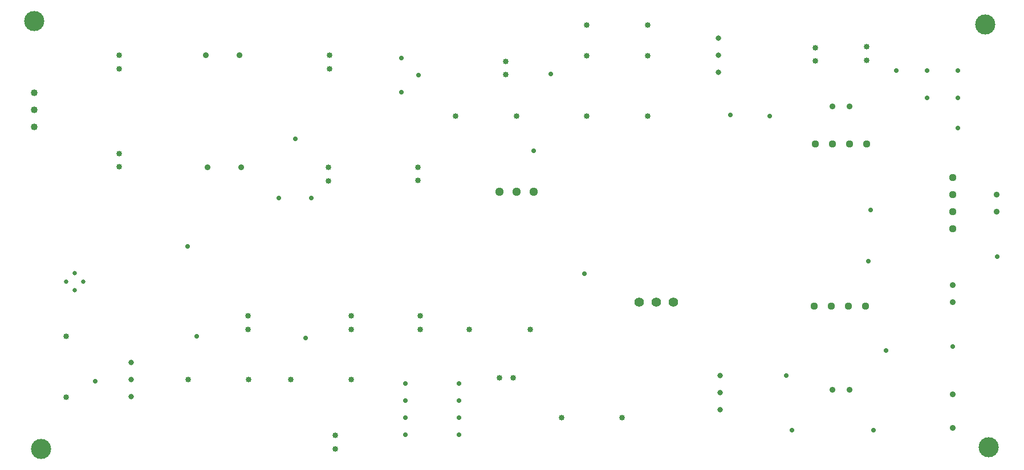
<source format=gbr>
%TF.GenerationSoftware,Altium Limited,Altium Designer,21.2.2 (38)*%
G04 Layer_Color=0*
%FSLAX26Y26*%
%MOIN*%
%TF.SameCoordinates,77551777-079B-400F-9D4E-00EB0A9A3649*%
%TF.FilePolarity,Positive*%
%TF.FileFunction,Plated,1,2,PTH,Drill*%
%TF.Part,Single*%
G01*
G75*
%TA.AperFunction,ComponentDrill*%
%ADD80C,0.033465*%
%ADD81C,0.050787*%
%ADD82C,0.031496*%
%ADD83C,0.035433*%
%ADD84C,0.035433*%
%ADD85C,0.040000*%
%ADD86C,0.025374*%
%ADD87C,0.033465*%
%ADD88C,0.028858*%
%ADD89C,0.044094*%
%ADD90C,0.044094*%
%ADD91C,0.054724*%
%ADD92C,0.028740*%
%TA.AperFunction,ViaDrill,NotFilled*%
%ADD93C,0.028000*%
%ADD94C,0.118110*%
D80*
X6745000Y4431260D02*
D03*
Y4510000D02*
D03*
X7045000Y4435000D02*
D03*
Y4513740D02*
D03*
X4935549Y4430191D02*
D03*
X3900000Y3730000D02*
D03*
Y3808740D02*
D03*
X3905000Y4465000D02*
D03*
Y4386260D02*
D03*
X2675000Y4463740D02*
D03*
Y4385000D02*
D03*
Y3890000D02*
D03*
Y3811260D02*
D03*
X2365000Y2817165D02*
D03*
Y2462835D02*
D03*
X3430000Y2860000D02*
D03*
Y2938740D02*
D03*
X4434078Y2860000D02*
D03*
Y2938740D02*
D03*
X4422300Y3731187D02*
D03*
Y3809927D02*
D03*
X4032316Y2860000D02*
D03*
Y2938740D02*
D03*
X3939646Y2238759D02*
D03*
Y2160019D02*
D03*
X4935549Y4351451D02*
D03*
X5765000Y4107835D02*
D03*
Y4462165D02*
D03*
X5408108D02*
D03*
Y4107835D02*
D03*
D81*
X4900000Y3665000D02*
D03*
X5000000D02*
D03*
X5100000D02*
D03*
D82*
X6190000Y2590000D02*
D03*
Y2490000D02*
D03*
Y2390000D02*
D03*
X2745514Y2664117D02*
D03*
Y2564117D02*
D03*
Y2464117D02*
D03*
X6180000Y4365000D02*
D03*
Y4465000D02*
D03*
Y4565000D02*
D03*
D83*
X7550000Y3020000D02*
D03*
Y3120000D02*
D03*
Y2478425D02*
D03*
Y2281575D02*
D03*
X7805000Y3550000D02*
D03*
Y3650000D02*
D03*
D84*
X3181575Y4465000D02*
D03*
X3378425D02*
D03*
X3388425Y3810000D02*
D03*
X3191575D02*
D03*
X6845000Y4165000D02*
D03*
X6945000D02*
D03*
Y2505000D02*
D03*
X6845000D02*
D03*
D85*
X2180000Y4245000D02*
D03*
Y4145000D02*
D03*
Y4045000D02*
D03*
D86*
X2365000Y3140000D02*
D03*
X2415000Y3190000D02*
D03*
X2465000Y3140000D02*
D03*
X2415000Y3090000D02*
D03*
D87*
X3677835Y2565000D02*
D03*
X4032165D02*
D03*
X5077165Y2860000D02*
D03*
X4722835D02*
D03*
X4997165Y4110000D02*
D03*
X4642835D02*
D03*
X4978740Y2573822D02*
D03*
X4900000D02*
D03*
X5261725Y2341592D02*
D03*
X5616056D02*
D03*
X3077835Y2565000D02*
D03*
X3432165D02*
D03*
X5763786Y4640578D02*
D03*
X5409455D02*
D03*
D88*
X4661952Y2540750D02*
D03*
Y2440750D02*
D03*
Y2340750D02*
D03*
Y2240750D02*
D03*
X4349433D02*
D03*
Y2340750D02*
D03*
Y2440750D02*
D03*
Y2540750D02*
D03*
D89*
X7040000Y2995000D02*
D03*
X6940000D02*
D03*
X6840000D02*
D03*
X6740000D02*
D03*
X6745000Y3945000D02*
D03*
X6845000D02*
D03*
X6945000D02*
D03*
X7045000D02*
D03*
D90*
X7550000Y3750000D02*
D03*
Y3650000D02*
D03*
Y3550000D02*
D03*
Y3450000D02*
D03*
D91*
X5915000Y3020000D02*
D03*
X5815000D02*
D03*
X5715000D02*
D03*
D92*
X4325000Y4250197D02*
D03*
X4424803Y4350118D02*
D03*
X4325000Y4450000D02*
D03*
D93*
X5395000Y3185000D02*
D03*
X7055000Y3260000D02*
D03*
X5100000Y3905000D02*
D03*
X5200000Y4355000D02*
D03*
X2535000Y2555000D02*
D03*
X3075000Y3345000D02*
D03*
X3130000Y2820000D02*
D03*
X6480000Y4110000D02*
D03*
X6250000Y4115000D02*
D03*
X7070000Y3560000D02*
D03*
X6610000Y2270000D02*
D03*
X7085000D02*
D03*
X7550000Y2760000D02*
D03*
X7220000Y4375000D02*
D03*
X7400000Y4215000D02*
D03*
Y4375000D02*
D03*
X7580000D02*
D03*
Y4215000D02*
D03*
X7810000Y3285000D02*
D03*
X7160000Y2735000D02*
D03*
X6575000Y2590000D02*
D03*
X7580000Y4040000D02*
D03*
X3610000Y3630000D02*
D03*
X3800000D02*
D03*
X3705000Y3975000D02*
D03*
X3765000Y2810000D02*
D03*
D94*
X7740000Y4645000D02*
D03*
X7760000Y2170000D02*
D03*
X2220000Y2160000D02*
D03*
X2180000Y4665000D02*
D03*
%TF.MD5,20bde86060ab82299a3ababcd4a618bc*%
M02*

</source>
